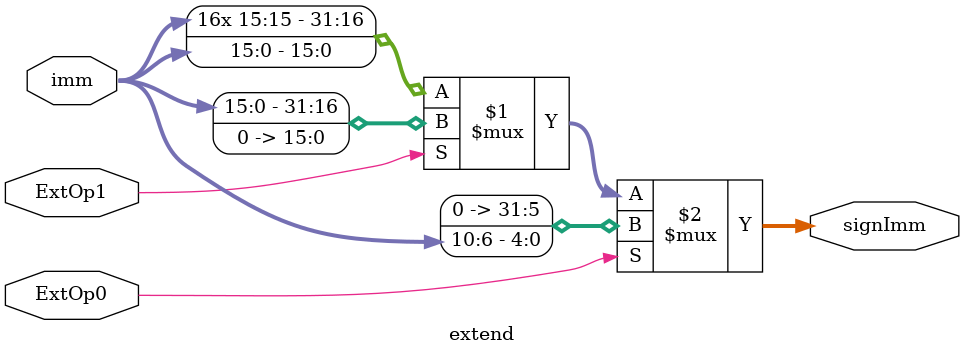
<source format=v>
module extend(
    input [15:0] imm,
    input ExtOp0,
    input ExtOp1,
    output [31:0] signImm
    );
    
    assign signImm = ExtOp0 ? {27'b0, imm[10:6]} : ( ExtOp1 ? {imm, 16'b0} : {{16{imm[15]}}, imm});
    
endmodule

</source>
